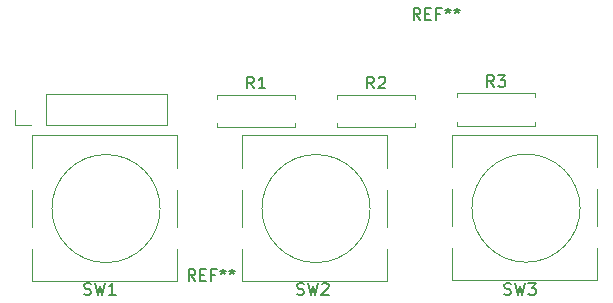
<source format=gbr>
G04 #@! TF.GenerationSoftware,KiCad,Pcbnew,(5.0.1)-4*
G04 #@! TF.CreationDate,2019-01-16T21:10:53-08:00*
G04 #@! TF.ProjectId,SysButtons,537973427574746F6E732E6B69636164,rev?*
G04 #@! TF.SameCoordinates,Original*
G04 #@! TF.FileFunction,Legend,Top*
G04 #@! TF.FilePolarity,Positive*
%FSLAX46Y46*%
G04 Gerber Fmt 4.6, Leading zero omitted, Abs format (unit mm)*
G04 Created by KiCad (PCBNEW (5.0.1)-4) date 1/16/2019 9:10:53 PM*
%MOMM*%
%LPD*%
G01*
G04 APERTURE LIST*
%ADD10C,0.120000*%
%ADD11C,0.150000*%
G04 APERTURE END LIST*
D10*
G04 #@! TO.C,J1*
X116900000Y-100898000D02*
X116900000Y-98238000D01*
X106680000Y-100898000D02*
X116900000Y-100898000D01*
X106680000Y-98238000D02*
X116900000Y-98238000D01*
X106680000Y-100898000D02*
X106680000Y-98238000D01*
X105410000Y-100898000D02*
X104080000Y-100898000D01*
X104080000Y-100898000D02*
X104080000Y-99568000D01*
G04 #@! TO.C,R1*
X121190000Y-98655000D02*
X121190000Y-98325000D01*
X121190000Y-98325000D02*
X127730000Y-98325000D01*
X127730000Y-98325000D02*
X127730000Y-98655000D01*
X121190000Y-100735000D02*
X121190000Y-101065000D01*
X121190000Y-101065000D02*
X127730000Y-101065000D01*
X127730000Y-101065000D02*
X127730000Y-100735000D01*
G04 #@! TO.C,R2*
X137890000Y-101065000D02*
X137890000Y-100735000D01*
X131350000Y-101065000D02*
X137890000Y-101065000D01*
X131350000Y-100735000D02*
X131350000Y-101065000D01*
X137890000Y-98325000D02*
X137890000Y-98655000D01*
X131350000Y-98325000D02*
X137890000Y-98325000D01*
X131350000Y-98655000D02*
X131350000Y-98325000D01*
G04 #@! TO.C,R3*
X141510000Y-98528000D02*
X141510000Y-98198000D01*
X141510000Y-98198000D02*
X148050000Y-98198000D01*
X148050000Y-98198000D02*
X148050000Y-98528000D01*
X141510000Y-100608000D02*
X141510000Y-100938000D01*
X141510000Y-100938000D02*
X148050000Y-100938000D01*
X148050000Y-100938000D02*
X148050000Y-100608000D01*
G04 #@! TO.C,SW1*
X105510000Y-101760000D02*
X117810000Y-101760000D01*
X117810000Y-106340000D02*
X117810000Y-109480000D01*
X117810000Y-114060000D02*
X105510000Y-114060000D01*
X105510000Y-104480000D02*
X105510000Y-101760000D01*
X116339050Y-107950000D02*
G75*
G03X116339050Y-107950000I-4579050J0D01*
G01*
X105510000Y-114060000D02*
X105510000Y-111340000D01*
X105510000Y-109480000D02*
X105510000Y-106340000D01*
X117810000Y-111340000D02*
X117810000Y-114060000D01*
X117810000Y-101760000D02*
X117810000Y-104480000D01*
G04 #@! TO.C,SW2*
X135590000Y-101760000D02*
X135590000Y-104480000D01*
X135590000Y-111340000D02*
X135590000Y-114060000D01*
X123290000Y-109480000D02*
X123290000Y-106340000D01*
X123290000Y-114060000D02*
X123290000Y-111340000D01*
X134119050Y-107950000D02*
G75*
G03X134119050Y-107950000I-4579050J0D01*
G01*
X123290000Y-104480000D02*
X123290000Y-101760000D01*
X135590000Y-114060000D02*
X123290000Y-114060000D01*
X135590000Y-106340000D02*
X135590000Y-109480000D01*
X123290000Y-101760000D02*
X135590000Y-101760000D01*
G04 #@! TO.C,SW3*
X141070000Y-101725001D02*
X153370000Y-101725001D01*
X153370000Y-106305001D02*
X153370000Y-109445001D01*
X153370000Y-114025001D02*
X141070000Y-114025001D01*
X141070000Y-104445001D02*
X141070000Y-101725001D01*
X151899050Y-107915001D02*
G75*
G03X151899050Y-107915001I-4579050J0D01*
G01*
X141070000Y-114025001D02*
X141070000Y-111305001D01*
X141070000Y-109445001D02*
X141070000Y-106305001D01*
X153370000Y-111305001D02*
X153370000Y-114025001D01*
X153370000Y-101725001D02*
X153370000Y-104445001D01*
G04 #@! TO.C,REF\002A\002A*
D11*
X138366666Y-91994380D02*
X138033333Y-91518190D01*
X137795238Y-91994380D02*
X137795238Y-90994380D01*
X138176190Y-90994380D01*
X138271428Y-91042000D01*
X138319047Y-91089619D01*
X138366666Y-91184857D01*
X138366666Y-91327714D01*
X138319047Y-91422952D01*
X138271428Y-91470571D01*
X138176190Y-91518190D01*
X137795238Y-91518190D01*
X138795238Y-91470571D02*
X139128571Y-91470571D01*
X139271428Y-91994380D02*
X138795238Y-91994380D01*
X138795238Y-90994380D01*
X139271428Y-90994380D01*
X140033333Y-91470571D02*
X139700000Y-91470571D01*
X139700000Y-91994380D02*
X139700000Y-90994380D01*
X140176190Y-90994380D01*
X140700000Y-90994380D02*
X140700000Y-91232476D01*
X140461904Y-91137238D02*
X140700000Y-91232476D01*
X140938095Y-91137238D01*
X140557142Y-91422952D02*
X140700000Y-91232476D01*
X140842857Y-91422952D01*
X141461904Y-90994380D02*
X141461904Y-91232476D01*
X141223809Y-91137238D02*
X141461904Y-91232476D01*
X141700000Y-91137238D01*
X141319047Y-91422952D02*
X141461904Y-91232476D01*
X141604761Y-91422952D01*
G04 #@! TO.C,R1*
X124293333Y-97777380D02*
X123960000Y-97301190D01*
X123721904Y-97777380D02*
X123721904Y-96777380D01*
X124102857Y-96777380D01*
X124198095Y-96825000D01*
X124245714Y-96872619D01*
X124293333Y-96967857D01*
X124293333Y-97110714D01*
X124245714Y-97205952D01*
X124198095Y-97253571D01*
X124102857Y-97301190D01*
X123721904Y-97301190D01*
X125245714Y-97777380D02*
X124674285Y-97777380D01*
X124960000Y-97777380D02*
X124960000Y-96777380D01*
X124864761Y-96920238D01*
X124769523Y-97015476D01*
X124674285Y-97063095D01*
G04 #@! TO.C,R2*
X134453333Y-97777380D02*
X134120000Y-97301190D01*
X133881904Y-97777380D02*
X133881904Y-96777380D01*
X134262857Y-96777380D01*
X134358095Y-96825000D01*
X134405714Y-96872619D01*
X134453333Y-96967857D01*
X134453333Y-97110714D01*
X134405714Y-97205952D01*
X134358095Y-97253571D01*
X134262857Y-97301190D01*
X133881904Y-97301190D01*
X134834285Y-96872619D02*
X134881904Y-96825000D01*
X134977142Y-96777380D01*
X135215238Y-96777380D01*
X135310476Y-96825000D01*
X135358095Y-96872619D01*
X135405714Y-96967857D01*
X135405714Y-97063095D01*
X135358095Y-97205952D01*
X134786666Y-97777380D01*
X135405714Y-97777380D01*
G04 #@! TO.C,R3*
X144613333Y-97650380D02*
X144280000Y-97174190D01*
X144041904Y-97650380D02*
X144041904Y-96650380D01*
X144422857Y-96650380D01*
X144518095Y-96698000D01*
X144565714Y-96745619D01*
X144613333Y-96840857D01*
X144613333Y-96983714D01*
X144565714Y-97078952D01*
X144518095Y-97126571D01*
X144422857Y-97174190D01*
X144041904Y-97174190D01*
X144946666Y-96650380D02*
X145565714Y-96650380D01*
X145232380Y-97031333D01*
X145375238Y-97031333D01*
X145470476Y-97078952D01*
X145518095Y-97126571D01*
X145565714Y-97221809D01*
X145565714Y-97459904D01*
X145518095Y-97555142D01*
X145470476Y-97602761D01*
X145375238Y-97650380D01*
X145089523Y-97650380D01*
X144994285Y-97602761D01*
X144946666Y-97555142D01*
G04 #@! TO.C,SW1*
X109901665Y-115212761D02*
X110044522Y-115260380D01*
X110282618Y-115260380D01*
X110377856Y-115212761D01*
X110425475Y-115165142D01*
X110473094Y-115069904D01*
X110473094Y-114974666D01*
X110425475Y-114879428D01*
X110377856Y-114831809D01*
X110282618Y-114784190D01*
X110092141Y-114736571D01*
X109996903Y-114688952D01*
X109949284Y-114641333D01*
X109901665Y-114546095D01*
X109901665Y-114450857D01*
X109949284Y-114355619D01*
X109996903Y-114308000D01*
X110092141Y-114260380D01*
X110330237Y-114260380D01*
X110473094Y-114308000D01*
X110806427Y-114260380D02*
X111044522Y-115260380D01*
X111234999Y-114546095D01*
X111425475Y-115260380D01*
X111663570Y-114260380D01*
X112568332Y-115260380D02*
X111996903Y-115260380D01*
X112282618Y-115260380D02*
X112282618Y-114260380D01*
X112187379Y-114403238D01*
X112092141Y-114498476D01*
X111996903Y-114546095D01*
G04 #@! TO.C,SW2*
X127936666Y-115212761D02*
X128079523Y-115260380D01*
X128317619Y-115260380D01*
X128412857Y-115212761D01*
X128460476Y-115165142D01*
X128508095Y-115069904D01*
X128508095Y-114974666D01*
X128460476Y-114879428D01*
X128412857Y-114831809D01*
X128317619Y-114784190D01*
X128127142Y-114736571D01*
X128031904Y-114688952D01*
X127984285Y-114641333D01*
X127936666Y-114546095D01*
X127936666Y-114450857D01*
X127984285Y-114355619D01*
X128031904Y-114308000D01*
X128127142Y-114260380D01*
X128365238Y-114260380D01*
X128508095Y-114308000D01*
X128841428Y-114260380D02*
X129079523Y-115260380D01*
X129270000Y-114546095D01*
X129460476Y-115260380D01*
X129698571Y-114260380D01*
X130031904Y-114355619D02*
X130079523Y-114308000D01*
X130174761Y-114260380D01*
X130412857Y-114260380D01*
X130508095Y-114308000D01*
X130555714Y-114355619D01*
X130603333Y-114450857D01*
X130603333Y-114546095D01*
X130555714Y-114688952D01*
X129984285Y-115260380D01*
X130603333Y-115260380D01*
G04 #@! TO.C,SW3*
X145478666Y-115212761D02*
X145621523Y-115260380D01*
X145859619Y-115260380D01*
X145954857Y-115212761D01*
X146002476Y-115165142D01*
X146050095Y-115069904D01*
X146050095Y-114974666D01*
X146002476Y-114879428D01*
X145954857Y-114831809D01*
X145859619Y-114784190D01*
X145669142Y-114736571D01*
X145573904Y-114688952D01*
X145526285Y-114641333D01*
X145478666Y-114546095D01*
X145478666Y-114450857D01*
X145526285Y-114355619D01*
X145573904Y-114308000D01*
X145669142Y-114260380D01*
X145907238Y-114260380D01*
X146050095Y-114308000D01*
X146383428Y-114260380D02*
X146621523Y-115260380D01*
X146812000Y-114546095D01*
X147002476Y-115260380D01*
X147240571Y-114260380D01*
X147526285Y-114260380D02*
X148145333Y-114260380D01*
X147812000Y-114641333D01*
X147954857Y-114641333D01*
X148050095Y-114688952D01*
X148097714Y-114736571D01*
X148145333Y-114831809D01*
X148145333Y-115069904D01*
X148097714Y-115165142D01*
X148050095Y-115212761D01*
X147954857Y-115260380D01*
X147669142Y-115260380D01*
X147573904Y-115212761D01*
X147526285Y-115165142D01*
G04 #@! TO.C,REF\002A\002A*
X119316666Y-114092380D02*
X118983333Y-113616190D01*
X118745238Y-114092380D02*
X118745238Y-113092380D01*
X119126190Y-113092380D01*
X119221428Y-113140000D01*
X119269047Y-113187619D01*
X119316666Y-113282857D01*
X119316666Y-113425714D01*
X119269047Y-113520952D01*
X119221428Y-113568571D01*
X119126190Y-113616190D01*
X118745238Y-113616190D01*
X119745238Y-113568571D02*
X120078571Y-113568571D01*
X120221428Y-114092380D02*
X119745238Y-114092380D01*
X119745238Y-113092380D01*
X120221428Y-113092380D01*
X120983333Y-113568571D02*
X120650000Y-113568571D01*
X120650000Y-114092380D02*
X120650000Y-113092380D01*
X121126190Y-113092380D01*
X121650000Y-113092380D02*
X121650000Y-113330476D01*
X121411904Y-113235238D02*
X121650000Y-113330476D01*
X121888095Y-113235238D01*
X121507142Y-113520952D02*
X121650000Y-113330476D01*
X121792857Y-113520952D01*
X122411904Y-113092380D02*
X122411904Y-113330476D01*
X122173809Y-113235238D02*
X122411904Y-113330476D01*
X122650000Y-113235238D01*
X122269047Y-113520952D02*
X122411904Y-113330476D01*
X122554761Y-113520952D01*
G04 #@! TD*
M02*

</source>
